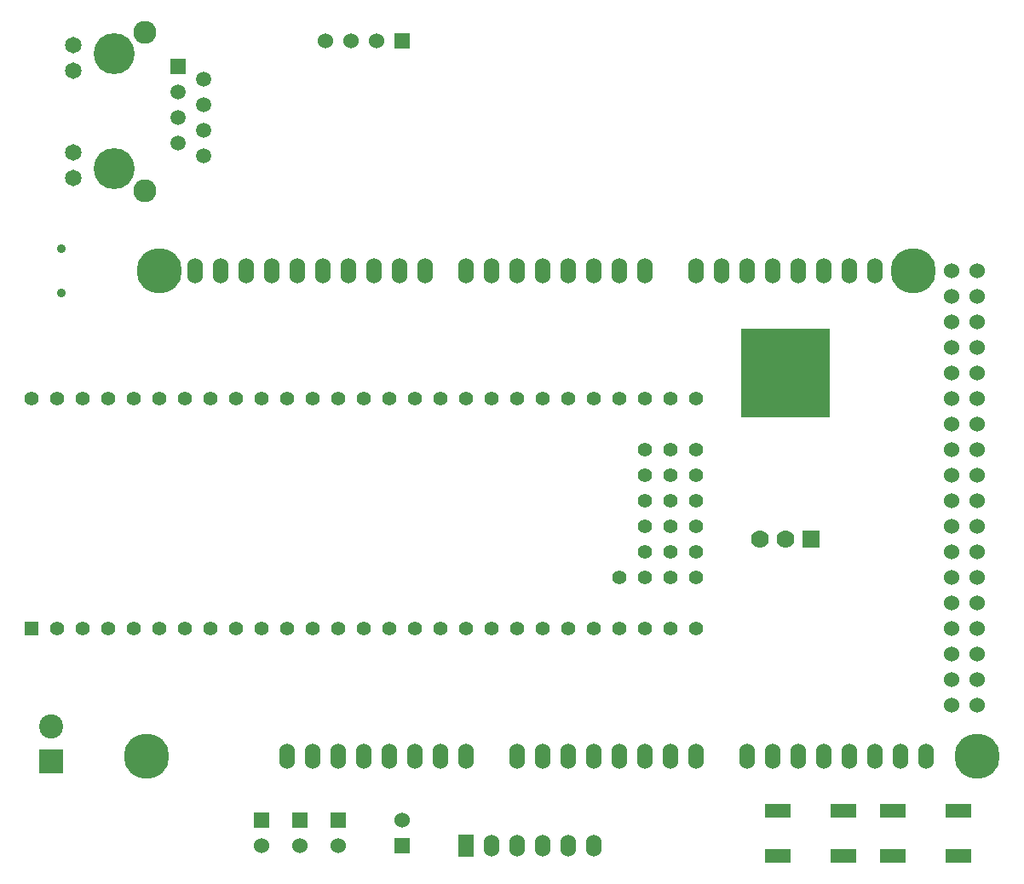
<source format=gbs>
G04 (created by PCBNEW (2013-07-07 BZR 4022)-stable) date 18/10/2013 16:38:57*
%MOIN*%
G04 Gerber Fmt 3.4, Leading zero omitted, Abs format*
%FSLAX34Y34*%
G01*
G70*
G90*
G04 APERTURE LIST*
%ADD10C,0.00590551*%
%ADD11R,0.055X0.055*%
%ADD12C,0.055*%
%ADD13R,0.0984X0.055*%
%ADD14R,0.06X0.06*%
%ADD15C,0.06*%
%ADD16C,0.0354*%
%ADD17C,0.1772*%
%ADD18O,0.06X0.1*%
%ADD19C,0.125*%
%ADD20C,0.0944882*%
%ADD21R,0.0944882X0.0944882*%
%ADD22R,0.06X0.0866*%
%ADD23O,0.06X0.0866*%
%ADD24R,0.07X0.07*%
%ADD25C,0.07*%
%ADD26R,0.35X0.35*%
%ADD27C,0.16*%
%ADD28R,0.0591X0.0591*%
%ADD29C,0.0591*%
%ADD30C,0.09*%
%ADD31C,0.065*%
G04 APERTURE END LIST*
G54D10*
G54D11*
X1000Y10000D03*
G54D12*
X2000Y10000D03*
X3000Y10000D03*
X4000Y10000D03*
X5000Y10000D03*
X6000Y10000D03*
X7000Y10000D03*
X8000Y10000D03*
X9000Y10000D03*
X10000Y10000D03*
X11000Y10000D03*
X12000Y10000D03*
X13000Y10000D03*
X14000Y10000D03*
X15000Y10000D03*
X16000Y10000D03*
X17000Y10000D03*
X18000Y10000D03*
X19000Y10000D03*
X20000Y10000D03*
X21000Y10000D03*
X22000Y10000D03*
X23000Y10000D03*
X24000Y10000D03*
X25000Y10000D03*
X26000Y10000D03*
X27000Y10000D03*
X1000Y19000D03*
X2000Y19000D03*
X3000Y19000D03*
X4000Y19000D03*
X5000Y19000D03*
X6000Y19000D03*
X7000Y19000D03*
X8000Y19000D03*
X9000Y19000D03*
X10000Y19000D03*
X11000Y19000D03*
X12000Y19000D03*
X13000Y19000D03*
X14000Y19000D03*
X15000Y19000D03*
X16000Y19000D03*
X17000Y19000D03*
X18000Y19000D03*
X19000Y19000D03*
X20000Y19000D03*
X21000Y19000D03*
X22000Y19000D03*
X23000Y19000D03*
X24000Y19000D03*
X25000Y19000D03*
X26000Y19000D03*
X27000Y19000D03*
X27000Y17000D03*
X26000Y17000D03*
X25000Y17000D03*
X27000Y16000D03*
X26000Y16000D03*
X25000Y16000D03*
X27000Y15000D03*
X26000Y15000D03*
X25000Y15000D03*
X27000Y14000D03*
X26000Y14000D03*
X25000Y14000D03*
X27000Y13000D03*
X26000Y13000D03*
X25000Y13000D03*
X27000Y12000D03*
X26000Y12000D03*
X25000Y12000D03*
X24000Y12000D03*
G54D13*
X32779Y2886D03*
X32779Y1114D03*
X30220Y2886D03*
X30220Y1114D03*
G54D14*
X15500Y33000D03*
G54D15*
X14500Y33000D03*
X13500Y33000D03*
X12500Y33000D03*
G54D14*
X13000Y2500D03*
G54D15*
X13000Y1500D03*
G54D14*
X10000Y2500D03*
G54D15*
X10000Y1500D03*
G54D14*
X11500Y2500D03*
G54D15*
X11500Y1500D03*
G54D14*
X15500Y1500D03*
G54D15*
X15500Y2500D03*
G54D16*
X2157Y24866D03*
X2157Y23134D03*
G54D17*
X35500Y24000D03*
X6000Y24000D03*
X38000Y5000D03*
X5500Y5000D03*
G54D18*
X27000Y24000D03*
X28000Y24000D03*
X29000Y24000D03*
X30000Y24000D03*
X31000Y24000D03*
X32000Y24000D03*
X33000Y24000D03*
X34000Y24000D03*
X36000Y5000D03*
X35000Y5000D03*
X34000Y5000D03*
X33000Y5000D03*
X29000Y5000D03*
X27000Y5000D03*
X26000Y5000D03*
X30000Y5000D03*
X31000Y5000D03*
X32000Y5000D03*
X25000Y5000D03*
X24000Y5000D03*
X23000Y5000D03*
X20000Y5000D03*
X21000Y5000D03*
X22000Y5000D03*
X18000Y5000D03*
X17000Y5000D03*
X16000Y5000D03*
X14000Y5000D03*
X13000Y5000D03*
X25000Y24000D03*
X24000Y24000D03*
X23000Y24000D03*
X22000Y24000D03*
X21000Y24000D03*
X20000Y24000D03*
X19000Y24000D03*
X18000Y24000D03*
X16400Y24000D03*
X15400Y24000D03*
X14400Y24000D03*
X13400Y24000D03*
X12400Y24000D03*
X11400Y24000D03*
X10400Y24000D03*
X9400Y24000D03*
X15000Y5000D03*
G54D19*
X38000Y5000D03*
X35500Y24000D03*
X6000Y24000D03*
X5500Y5000D03*
G54D15*
X37000Y23000D03*
X38000Y23000D03*
X37000Y22000D03*
X38000Y22000D03*
X37000Y21000D03*
X38000Y21000D03*
X37000Y20000D03*
X38000Y20000D03*
X37000Y24000D03*
X38000Y24000D03*
X38000Y19000D03*
X37000Y19000D03*
X37000Y18000D03*
X38000Y18000D03*
X37000Y17000D03*
X38000Y17000D03*
X37000Y16000D03*
X38000Y16000D03*
X37000Y15000D03*
X38000Y15000D03*
X37000Y14000D03*
X38000Y14000D03*
X37000Y13000D03*
X38000Y13000D03*
X37000Y12000D03*
X38000Y12000D03*
X37000Y11000D03*
X38000Y11000D03*
X37000Y10000D03*
X38000Y10000D03*
X37000Y9000D03*
X38000Y9000D03*
X37000Y8000D03*
X38000Y8000D03*
X37000Y7000D03*
X38000Y7000D03*
G54D18*
X8400Y24000D03*
X7400Y24000D03*
X12000Y5000D03*
X11000Y5000D03*
G54D20*
X1775Y6188D03*
G54D21*
X1775Y4811D03*
G54D22*
X18000Y1500D03*
G54D23*
X19000Y1500D03*
X20000Y1500D03*
X21000Y1500D03*
X22000Y1500D03*
X23000Y1500D03*
G54D24*
X31500Y13500D03*
G54D25*
X29500Y13500D03*
X30500Y13500D03*
G54D26*
X30500Y20000D03*
G54D13*
X37279Y2886D03*
X37279Y1114D03*
X34720Y2886D03*
X34720Y1114D03*
G54D27*
X4250Y28000D03*
X4250Y32500D03*
G54D28*
X6750Y32000D03*
G54D29*
X7750Y31500D03*
X6750Y31000D03*
X7750Y30500D03*
X6750Y30000D03*
X7750Y29500D03*
X6750Y29000D03*
X7750Y28500D03*
G54D30*
X5450Y33350D03*
X5450Y27150D03*
G54D31*
X2650Y32850D03*
X2650Y31850D03*
X2650Y28650D03*
X2650Y27650D03*
M02*

</source>
